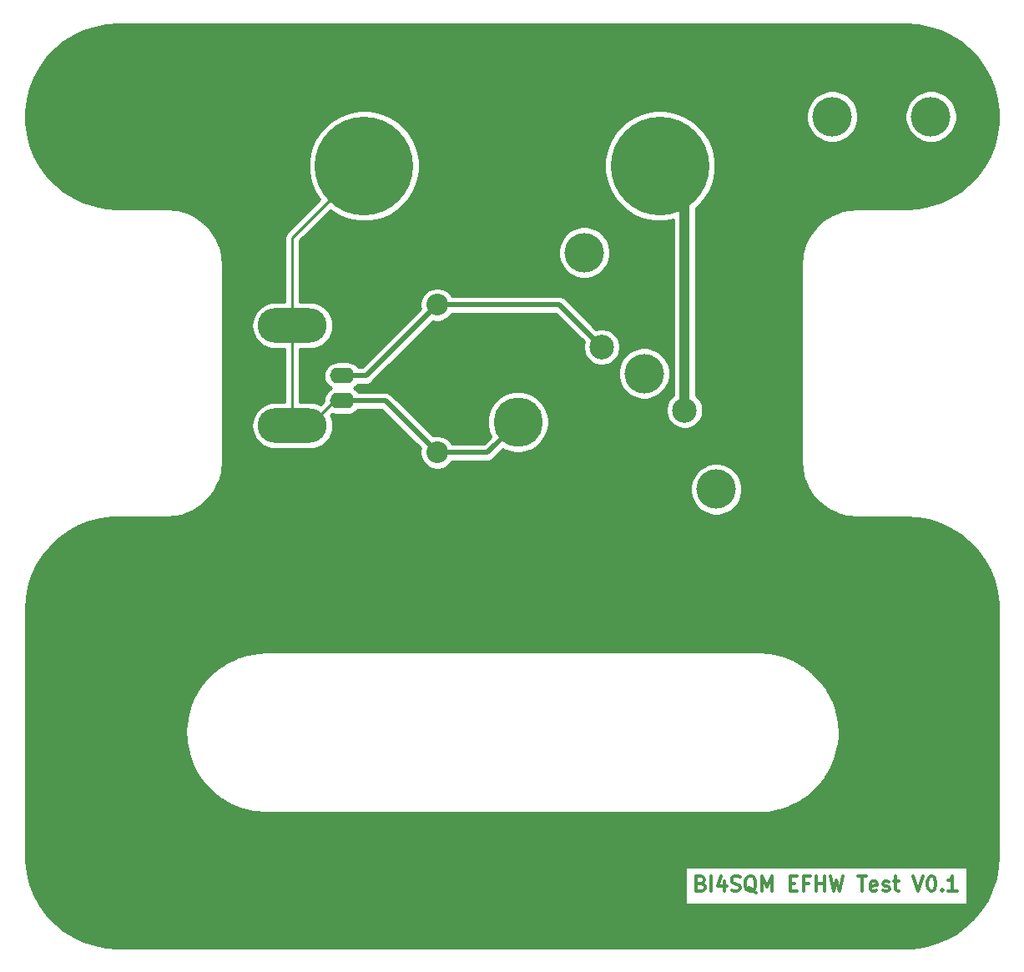
<source format=gbr>
G04 #@! TF.GenerationSoftware,KiCad,Pcbnew,(5.1.4)-1*
G04 #@! TF.CreationDate,2020-08-30T11:13:40+08:00*
G04 #@! TF.ProjectId,EHFW_ANT,45484657-5f41-44e5-942e-6b696361645f,rev?*
G04 #@! TF.SameCoordinates,Original*
G04 #@! TF.FileFunction,Copper,L1,Top*
G04 #@! TF.FilePolarity,Positive*
%FSLAX46Y46*%
G04 Gerber Fmt 4.6, Leading zero omitted, Abs format (unit mm)*
G04 Created by KiCad (PCBNEW (5.1.4)-1) date 2020-08-30 11:13:40*
%MOMM*%
%LPD*%
G04 APERTURE LIST*
%ADD10C,0.300000*%
%ADD11C,2.200000*%
%ADD12O,7.000000X3.500000*%
%ADD13O,2.500000X1.600000*%
%ADD14C,5.000000*%
%ADD15C,2.500000*%
%ADD16C,10.000000*%
%ADD17C,4.000000*%
%ADD18C,0.500000*%
%ADD19C,1.000000*%
%ADD20C,0.250000*%
%ADD21C,0.254000*%
G04 APERTURE END LIST*
D10*
X159203228Y-122828857D02*
X159417514Y-122900285D01*
X159488942Y-122971714D01*
X159560371Y-123114571D01*
X159560371Y-123328857D01*
X159488942Y-123471714D01*
X159417514Y-123543142D01*
X159274657Y-123614571D01*
X158703228Y-123614571D01*
X158703228Y-122114571D01*
X159203228Y-122114571D01*
X159346085Y-122186000D01*
X159417514Y-122257428D01*
X159488942Y-122400285D01*
X159488942Y-122543142D01*
X159417514Y-122686000D01*
X159346085Y-122757428D01*
X159203228Y-122828857D01*
X158703228Y-122828857D01*
X160203228Y-123614571D02*
X160203228Y-122114571D01*
X161560371Y-122614571D02*
X161560371Y-123614571D01*
X161203228Y-122043142D02*
X160846085Y-123114571D01*
X161774657Y-123114571D01*
X162274657Y-123543142D02*
X162488942Y-123614571D01*
X162846085Y-123614571D01*
X162988942Y-123543142D01*
X163060371Y-123471714D01*
X163131800Y-123328857D01*
X163131800Y-123186000D01*
X163060371Y-123043142D01*
X162988942Y-122971714D01*
X162846085Y-122900285D01*
X162560371Y-122828857D01*
X162417514Y-122757428D01*
X162346085Y-122686000D01*
X162274657Y-122543142D01*
X162274657Y-122400285D01*
X162346085Y-122257428D01*
X162417514Y-122186000D01*
X162560371Y-122114571D01*
X162917514Y-122114571D01*
X163131800Y-122186000D01*
X164774657Y-123757428D02*
X164631800Y-123686000D01*
X164488942Y-123543142D01*
X164274657Y-123328857D01*
X164131800Y-123257428D01*
X163988942Y-123257428D01*
X164060371Y-123614571D02*
X163917514Y-123543142D01*
X163774657Y-123400285D01*
X163703228Y-123114571D01*
X163703228Y-122614571D01*
X163774657Y-122328857D01*
X163917514Y-122186000D01*
X164060371Y-122114571D01*
X164346085Y-122114571D01*
X164488942Y-122186000D01*
X164631800Y-122328857D01*
X164703228Y-122614571D01*
X164703228Y-123114571D01*
X164631800Y-123400285D01*
X164488942Y-123543142D01*
X164346085Y-123614571D01*
X164060371Y-123614571D01*
X165346085Y-123614571D02*
X165346085Y-122114571D01*
X165846085Y-123186000D01*
X166346085Y-122114571D01*
X166346085Y-123614571D01*
X168203228Y-122828857D02*
X168703228Y-122828857D01*
X168917514Y-123614571D02*
X168203228Y-123614571D01*
X168203228Y-122114571D01*
X168917514Y-122114571D01*
X170060371Y-122828857D02*
X169560371Y-122828857D01*
X169560371Y-123614571D02*
X169560371Y-122114571D01*
X170274657Y-122114571D01*
X170846085Y-123614571D02*
X170846085Y-122114571D01*
X170846085Y-122828857D02*
X171703228Y-122828857D01*
X171703228Y-123614571D02*
X171703228Y-122114571D01*
X172274657Y-122114571D02*
X172631800Y-123614571D01*
X172917514Y-122543142D01*
X173203228Y-123614571D01*
X173560371Y-122114571D01*
X175060371Y-122114571D02*
X175917514Y-122114571D01*
X175488942Y-123614571D02*
X175488942Y-122114571D01*
X176988942Y-123543142D02*
X176846085Y-123614571D01*
X176560371Y-123614571D01*
X176417514Y-123543142D01*
X176346085Y-123400285D01*
X176346085Y-122828857D01*
X176417514Y-122686000D01*
X176560371Y-122614571D01*
X176846085Y-122614571D01*
X176988942Y-122686000D01*
X177060371Y-122828857D01*
X177060371Y-122971714D01*
X176346085Y-123114571D01*
X177631800Y-123543142D02*
X177774657Y-123614571D01*
X178060371Y-123614571D01*
X178203228Y-123543142D01*
X178274657Y-123400285D01*
X178274657Y-123328857D01*
X178203228Y-123186000D01*
X178060371Y-123114571D01*
X177846085Y-123114571D01*
X177703228Y-123043142D01*
X177631800Y-122900285D01*
X177631800Y-122828857D01*
X177703228Y-122686000D01*
X177846085Y-122614571D01*
X178060371Y-122614571D01*
X178203228Y-122686000D01*
X178703228Y-122614571D02*
X179274657Y-122614571D01*
X178917514Y-122114571D02*
X178917514Y-123400285D01*
X178988942Y-123543142D01*
X179131800Y-123614571D01*
X179274657Y-123614571D01*
X180703228Y-122114571D02*
X181203228Y-123614571D01*
X181703228Y-122114571D01*
X182488942Y-122114571D02*
X182631800Y-122114571D01*
X182774657Y-122186000D01*
X182846085Y-122257428D01*
X182917514Y-122400285D01*
X182988942Y-122686000D01*
X182988942Y-123043142D01*
X182917514Y-123328857D01*
X182846085Y-123471714D01*
X182774657Y-123543142D01*
X182631800Y-123614571D01*
X182488942Y-123614571D01*
X182346085Y-123543142D01*
X182274657Y-123471714D01*
X182203228Y-123328857D01*
X182131800Y-123043142D01*
X182131800Y-122686000D01*
X182203228Y-122400285D01*
X182274657Y-122257428D01*
X182346085Y-122186000D01*
X182488942Y-122114571D01*
X183631800Y-123471714D02*
X183703228Y-123543142D01*
X183631800Y-123614571D01*
X183560371Y-123543142D01*
X183631800Y-123471714D01*
X183631800Y-123614571D01*
X185131800Y-123614571D02*
X184274657Y-123614571D01*
X184703228Y-123614571D02*
X184703228Y-122114571D01*
X184560371Y-122328857D01*
X184417514Y-122471714D01*
X184274657Y-122543142D01*
D11*
X132400000Y-64100000D03*
X132400000Y-79100000D03*
D12*
X117720000Y-76380000D03*
X117720000Y-66220000D03*
D13*
X122800000Y-73840000D03*
X122800000Y-71300000D03*
D14*
X140600000Y-76000000D03*
D15*
X149100000Y-68400000D03*
X157500000Y-74800000D03*
D14*
X140600000Y-76000000D03*
D16*
X155000000Y-50000000D03*
X125000000Y-50000000D03*
D17*
X172500000Y-45000000D03*
X182500000Y-45000000D03*
X147345400Y-58801000D03*
X153390600Y-71069200D03*
X160731200Y-82829400D03*
D18*
X125200000Y-71300000D02*
X132400000Y-64100000D01*
X122800000Y-71300000D02*
X125200000Y-71300000D01*
X144800000Y-64100000D02*
X149100000Y-68400000D01*
X132400000Y-64100000D02*
X144800000Y-64100000D01*
D19*
X157500000Y-52500000D02*
X155000000Y-50000000D01*
X157500000Y-74800000D02*
X157500000Y-52500000D01*
D20*
X117720000Y-66220000D02*
X117720000Y-76380000D01*
X122010000Y-73840000D02*
X122800000Y-73840000D01*
X119470000Y-76380000D02*
X122010000Y-73840000D01*
X117720000Y-76380000D02*
X119470000Y-76380000D01*
D18*
X127140000Y-73840000D02*
X132400000Y-79100000D01*
X122800000Y-73840000D02*
X127140000Y-73840000D01*
X137500000Y-79100000D02*
X140600000Y-76000000D01*
X132400000Y-79100000D02*
X137500000Y-79100000D01*
D20*
X117720000Y-57280000D02*
X125000000Y-50000000D01*
X117720000Y-66220000D02*
X117720000Y-57280000D01*
D21*
G36*
X181170449Y-35734944D02*
G01*
X182322444Y-35954698D01*
X183437801Y-36317100D01*
X184498955Y-36816441D01*
X185489146Y-37444836D01*
X186392776Y-38192383D01*
X187195588Y-39047292D01*
X187884922Y-39996079D01*
X188449903Y-41023774D01*
X188881627Y-42114186D01*
X189173281Y-43250103D01*
X189320267Y-44413620D01*
X189320267Y-45586380D01*
X189173281Y-46749897D01*
X188881627Y-47885814D01*
X188449903Y-48976226D01*
X187884922Y-50003921D01*
X187195588Y-50952708D01*
X186392776Y-51807617D01*
X185489146Y-52555164D01*
X184498955Y-53183559D01*
X183437801Y-53682900D01*
X182322444Y-54045302D01*
X181170449Y-54265056D01*
X179979253Y-54340000D01*
X174967581Y-54340000D01*
X174943512Y-54342371D01*
X174221248Y-54395410D01*
X174205868Y-54397929D01*
X174190295Y-54398418D01*
X174115511Y-54411874D01*
X173251129Y-54619394D01*
X173231448Y-54626018D01*
X173211136Y-54630335D01*
X173139917Y-54656821D01*
X172325946Y-55014130D01*
X172307752Y-55024132D01*
X172288524Y-55031979D01*
X172223134Y-55070651D01*
X172223120Y-55070659D01*
X172223115Y-55070663D01*
X171485287Y-55566462D01*
X171469149Y-55579530D01*
X171451616Y-55590657D01*
X171394095Y-55640307D01*
X170755722Y-56258934D01*
X170742154Y-56274652D01*
X170726869Y-56288708D01*
X170679050Y-56347760D01*
X170160315Y-57069656D01*
X170149744Y-57087530D01*
X170137190Y-57104070D01*
X170100584Y-57170656D01*
X169717884Y-57973003D01*
X169710647Y-57992462D01*
X169701218Y-58010968D01*
X169676982Y-58082984D01*
X169442414Y-58940420D01*
X169438737Y-58960857D01*
X169432735Y-58980736D01*
X169421635Y-59055906D01*
X169342869Y-59938459D01*
X169340001Y-59967581D01*
X169340000Y-80032418D01*
X169342370Y-80056484D01*
X169395410Y-80778752D01*
X169397929Y-80794132D01*
X169398418Y-80809705D01*
X169411874Y-80884489D01*
X169619394Y-81748871D01*
X169626018Y-81768552D01*
X169630335Y-81788864D01*
X169656821Y-81860083D01*
X170014130Y-82674054D01*
X170024132Y-82692248D01*
X170031979Y-82711476D01*
X170070651Y-82776866D01*
X170070659Y-82776880D01*
X170070663Y-82776885D01*
X170566462Y-83514713D01*
X170579530Y-83530851D01*
X170590657Y-83548384D01*
X170640307Y-83605905D01*
X171258934Y-84244278D01*
X171274652Y-84257846D01*
X171288708Y-84273131D01*
X171347760Y-84320950D01*
X172069656Y-84839685D01*
X172087526Y-84850253D01*
X172104069Y-84862810D01*
X172170656Y-84899416D01*
X172973002Y-85282116D01*
X172992464Y-85289354D01*
X173010968Y-85298782D01*
X173082984Y-85323018D01*
X173940419Y-85557586D01*
X173960858Y-85561264D01*
X173980736Y-85567265D01*
X174055900Y-85578364D01*
X174055905Y-85578365D01*
X174055906Y-85578365D01*
X174938360Y-85657122D01*
X174967581Y-85660000D01*
X179979253Y-85660000D01*
X181170449Y-85734944D01*
X182322444Y-85954698D01*
X183437801Y-86317100D01*
X184498955Y-86816441D01*
X185489146Y-87444836D01*
X186392776Y-88192383D01*
X187195588Y-89047292D01*
X187884922Y-89996079D01*
X188449903Y-91023774D01*
X188881627Y-92114186D01*
X189173281Y-93250103D01*
X189321571Y-94423941D01*
X189340000Y-95010358D01*
X189340001Y-119979237D01*
X189265056Y-121170448D01*
X189045302Y-122322444D01*
X188682900Y-123437801D01*
X188183560Y-124498952D01*
X187555165Y-125489144D01*
X186807612Y-126392780D01*
X185952708Y-127195588D01*
X185003922Y-127884922D01*
X183976227Y-128449903D01*
X182885813Y-128881627D01*
X181749897Y-129173281D01*
X180576058Y-129321571D01*
X179989642Y-129340000D01*
X100020747Y-129340000D01*
X98829552Y-129265056D01*
X97677556Y-129045302D01*
X96562199Y-128682900D01*
X95501048Y-128183560D01*
X94510856Y-127555165D01*
X93607220Y-126807612D01*
X92804412Y-125952708D01*
X92115078Y-125003922D01*
X91550097Y-123976227D01*
X91118373Y-122885813D01*
X90826719Y-121749897D01*
X90750430Y-121146000D01*
X157561086Y-121146000D01*
X157561086Y-124966000D01*
X186202515Y-124966000D01*
X186202515Y-121146000D01*
X157561086Y-121146000D01*
X90750430Y-121146000D01*
X90678429Y-120576058D01*
X90660000Y-119989642D01*
X90660000Y-107308277D01*
X106893677Y-107308277D01*
X106940422Y-108392812D01*
X106942150Y-108407705D01*
X106942390Y-108422694D01*
X106951431Y-108487701D01*
X107154247Y-109554128D01*
X107158106Y-109568614D01*
X107160508Y-109583414D01*
X107178838Y-109646434D01*
X107533475Y-110672413D01*
X107539385Y-110686190D01*
X107543898Y-110700488D01*
X107571134Y-110760202D01*
X108070162Y-111724241D01*
X108077999Y-111737020D01*
X108084529Y-111750518D01*
X108120100Y-111805675D01*
X108753066Y-112687578D01*
X108762666Y-112699092D01*
X108771075Y-112711505D01*
X108814236Y-112760950D01*
X109567881Y-113542244D01*
X109579042Y-113552252D01*
X109589155Y-113563320D01*
X109639001Y-113606016D01*
X110497537Y-114270334D01*
X110510024Y-114278625D01*
X110521631Y-114288119D01*
X110577098Y-114323159D01*
X110577118Y-114323172D01*
X110577124Y-114323175D01*
X111522561Y-114856596D01*
X111536111Y-114862996D01*
X111548970Y-114870717D01*
X111608936Y-114897393D01*
X112621477Y-115288749D01*
X112635811Y-115293127D01*
X112649649Y-115298910D01*
X112712826Y-115316647D01*
X112712837Y-115316650D01*
X112712840Y-115316650D01*
X113771270Y-115557740D01*
X113786087Y-115560003D01*
X113800611Y-115563727D01*
X113865663Y-115572154D01*
X113865701Y-115572160D01*
X113865714Y-115572160D01*
X114941481Y-115657429D01*
X114967581Y-115660000D01*
X165032419Y-115660000D01*
X165048805Y-115658386D01*
X165877469Y-115617133D01*
X165887098Y-115615951D01*
X165896803Y-115615886D01*
X165961891Y-115607453D01*
X167030170Y-115414624D01*
X167044695Y-115410900D01*
X167059512Y-115408637D01*
X167122701Y-115390897D01*
X168151953Y-115045875D01*
X168165784Y-115040094D01*
X168180125Y-115035715D01*
X168240091Y-115009039D01*
X169208757Y-114519051D01*
X169221607Y-114511335D01*
X169235167Y-114504931D01*
X169290654Y-114469878D01*
X170178441Y-113845190D01*
X170190044Y-113835699D01*
X170202535Y-113827406D01*
X170252360Y-113784727D01*
X170252382Y-113784709D01*
X170252388Y-113784702D01*
X171040692Y-113038407D01*
X171050801Y-113027343D01*
X171061968Y-113017330D01*
X171105128Y-112967886D01*
X171777448Y-112115602D01*
X171785852Y-112103197D01*
X171795457Y-112091677D01*
X171831028Y-112036519D01*
X172373275Y-111096110D01*
X172379803Y-111082616D01*
X172387642Y-111069834D01*
X172414878Y-111010119D01*
X172815690Y-110001284D01*
X172820203Y-109986985D01*
X172826113Y-109973209D01*
X172844443Y-109910188D01*
X173095426Y-108854059D01*
X173097826Y-108839268D01*
X173101688Y-108824774D01*
X173110729Y-108759767D01*
X173206624Y-107678469D01*
X173206864Y-107663479D01*
X173208592Y-107648587D01*
X173208154Y-107582957D01*
X173146953Y-106499141D01*
X173145027Y-106484276D01*
X173144587Y-106469288D01*
X173134680Y-106404408D01*
X172917664Y-105340779D01*
X172913612Y-105326346D01*
X172911013Y-105311580D01*
X172891844Y-105248810D01*
X172523559Y-104227650D01*
X172517468Y-104213957D01*
X172512763Y-104199716D01*
X172484733Y-104140370D01*
X171972895Y-103183070D01*
X171964891Y-103170400D01*
X171958180Y-103156988D01*
X171921876Y-103102310D01*
X171277209Y-102228924D01*
X171267458Y-102217540D01*
X171258882Y-102205238D01*
X171215066Y-102156374D01*
X170451070Y-101385198D01*
X170439783Y-101375346D01*
X170429517Y-101364406D01*
X170379106Y-101322379D01*
X169511790Y-100669568D01*
X169499189Y-100661442D01*
X169487460Y-100652106D01*
X169431510Y-100617796D01*
X168479040Y-100097025D01*
X168465402Y-100090805D01*
X168452445Y-100083258D01*
X168392128Y-100057384D01*
X167374458Y-99679562D01*
X167360066Y-99675376D01*
X167346154Y-99669778D01*
X167282734Y-99652882D01*
X166221183Y-99425925D01*
X166206335Y-99423860D01*
X166191764Y-99420330D01*
X166126569Y-99412766D01*
X165054042Y-99342130D01*
X165032419Y-99340000D01*
X114967581Y-99340000D01*
X114951234Y-99341610D01*
X114322039Y-99372933D01*
X114316783Y-99373578D01*
X114311482Y-99373543D01*
X114246287Y-99381108D01*
X113175533Y-99559677D01*
X113160964Y-99563206D01*
X113146112Y-99565272D01*
X113082692Y-99582168D01*
X112048932Y-99913436D01*
X112035027Y-99919031D01*
X112020628Y-99923219D01*
X111960311Y-99949094D01*
X110985198Y-100426122D01*
X110972244Y-100433667D01*
X110958602Y-100439889D01*
X110902653Y-100474199D01*
X110006616Y-101086994D01*
X109994888Y-101096329D01*
X109982286Y-101104456D01*
X109931876Y-101146484D01*
X109133683Y-101882210D01*
X109123429Y-101893136D01*
X109112129Y-101903000D01*
X109068314Y-101951865D01*
X108384689Y-102795108D01*
X108376112Y-102807411D01*
X108366362Y-102818794D01*
X108330059Y-102873472D01*
X107775324Y-103806567D01*
X107768616Y-103819972D01*
X107760608Y-103832649D01*
X107732578Y-103891994D01*
X107318350Y-104895397D01*
X107313648Y-104909629D01*
X107307553Y-104923330D01*
X107288384Y-104986101D01*
X107023342Y-106038790D01*
X107020743Y-106053556D01*
X107016691Y-106067989D01*
X107006784Y-106132869D01*
X106896481Y-107212793D01*
X106896041Y-107227772D01*
X106894114Y-107242646D01*
X106893677Y-107308277D01*
X90660000Y-107308277D01*
X90660000Y-95020747D01*
X90734944Y-93829551D01*
X90954698Y-92677556D01*
X91317100Y-91562199D01*
X91816441Y-90501045D01*
X92444836Y-89510854D01*
X93192383Y-88607224D01*
X94047292Y-87804412D01*
X94996079Y-87115078D01*
X96023774Y-86550097D01*
X97114186Y-86118373D01*
X98250103Y-85826719D01*
X99423941Y-85678429D01*
X100010358Y-85660000D01*
X105032419Y-85660000D01*
X105056488Y-85657629D01*
X105778752Y-85604590D01*
X105794132Y-85602071D01*
X105809705Y-85601582D01*
X105884489Y-85588126D01*
X106748871Y-85380606D01*
X106768552Y-85373982D01*
X106788864Y-85369665D01*
X106860083Y-85343179D01*
X107674054Y-84985870D01*
X107692248Y-84975868D01*
X107711476Y-84968021D01*
X107776866Y-84929349D01*
X107776880Y-84929341D01*
X107776885Y-84929337D01*
X108514713Y-84433538D01*
X108530851Y-84420470D01*
X108548384Y-84409343D01*
X108605905Y-84359693D01*
X109244278Y-83741066D01*
X109257846Y-83725348D01*
X109273131Y-83711292D01*
X109320950Y-83652240D01*
X109839685Y-82930344D01*
X109850253Y-82912474D01*
X109862810Y-82895931D01*
X109899416Y-82829344D01*
X110023176Y-82569875D01*
X158096200Y-82569875D01*
X158096200Y-83088925D01*
X158197461Y-83598001D01*
X158396093Y-84077541D01*
X158684462Y-84509115D01*
X159051485Y-84876138D01*
X159483059Y-85164507D01*
X159962599Y-85363139D01*
X160471675Y-85464400D01*
X160990725Y-85464400D01*
X161499801Y-85363139D01*
X161979341Y-85164507D01*
X162410915Y-84876138D01*
X162777938Y-84509115D01*
X163066307Y-84077541D01*
X163264939Y-83598001D01*
X163366200Y-83088925D01*
X163366200Y-82569875D01*
X163264939Y-82060799D01*
X163066307Y-81581259D01*
X162777938Y-81149685D01*
X162410915Y-80782662D01*
X161979341Y-80494293D01*
X161499801Y-80295661D01*
X160990725Y-80194400D01*
X160471675Y-80194400D01*
X159962599Y-80295661D01*
X159483059Y-80494293D01*
X159051485Y-80782662D01*
X158684462Y-81149685D01*
X158396093Y-81581259D01*
X158197461Y-82060799D01*
X158096200Y-82569875D01*
X110023176Y-82569875D01*
X110282116Y-82026998D01*
X110289354Y-82007536D01*
X110298782Y-81989032D01*
X110323018Y-81917016D01*
X110557586Y-81059581D01*
X110561264Y-81039142D01*
X110567265Y-81019264D01*
X110578365Y-80944094D01*
X110657122Y-80061640D01*
X110660000Y-80032419D01*
X110660000Y-66220000D01*
X113573461Y-66220000D01*
X113619510Y-66687542D01*
X113755887Y-67137116D01*
X113977351Y-67551446D01*
X114275391Y-67914609D01*
X114638554Y-68212649D01*
X115052884Y-68434113D01*
X115502458Y-68570490D01*
X115852843Y-68605000D01*
X116960000Y-68605000D01*
X116960001Y-73995000D01*
X115852843Y-73995000D01*
X115502458Y-74029510D01*
X115052884Y-74165887D01*
X114638554Y-74387351D01*
X114275391Y-74685391D01*
X113977351Y-75048554D01*
X113755887Y-75462884D01*
X113619510Y-75912458D01*
X113573461Y-76380000D01*
X113619510Y-76847542D01*
X113755887Y-77297116D01*
X113977351Y-77711446D01*
X114275391Y-78074609D01*
X114638554Y-78372649D01*
X115052884Y-78594113D01*
X115502458Y-78730490D01*
X115852843Y-78765000D01*
X119587157Y-78765000D01*
X119937542Y-78730490D01*
X120387116Y-78594113D01*
X120801446Y-78372649D01*
X121164609Y-78074609D01*
X121462649Y-77711446D01*
X121684113Y-77297116D01*
X121820490Y-76847542D01*
X121866539Y-76380000D01*
X121820490Y-75912458D01*
X121684113Y-75462884D01*
X121606717Y-75318086D01*
X121768494Y-75156308D01*
X121798192Y-75172182D01*
X122068691Y-75254236D01*
X122279508Y-75275000D01*
X123320492Y-75275000D01*
X123531309Y-75254236D01*
X123801808Y-75172182D01*
X124051101Y-75038932D01*
X124269608Y-74859608D01*
X124380078Y-74725000D01*
X126773422Y-74725000D01*
X130716853Y-78668432D01*
X130665000Y-78929117D01*
X130665000Y-79270883D01*
X130731675Y-79606081D01*
X130862463Y-79921831D01*
X131052337Y-80205998D01*
X131294002Y-80447663D01*
X131578169Y-80637537D01*
X131893919Y-80768325D01*
X132229117Y-80835000D01*
X132570883Y-80835000D01*
X132906081Y-80768325D01*
X133221831Y-80637537D01*
X133505998Y-80447663D01*
X133747663Y-80205998D01*
X133895329Y-79985000D01*
X137456531Y-79985000D01*
X137500000Y-79989281D01*
X137543469Y-79985000D01*
X137543477Y-79985000D01*
X137673490Y-79972195D01*
X137840313Y-79921589D01*
X137994059Y-79839411D01*
X138128817Y-79728817D01*
X138156534Y-79695044D01*
X139090057Y-78761521D01*
X139115021Y-78778201D01*
X139685554Y-79014524D01*
X140291229Y-79135000D01*
X140908771Y-79135000D01*
X141514446Y-79014524D01*
X142084979Y-78778201D01*
X142598446Y-78435114D01*
X143035114Y-77998446D01*
X143378201Y-77484979D01*
X143614524Y-76914446D01*
X143735000Y-76308771D01*
X143735000Y-75691229D01*
X143614524Y-75085554D01*
X143378201Y-74515021D01*
X143035114Y-74001554D01*
X142598446Y-73564886D01*
X142084979Y-73221799D01*
X141514446Y-72985476D01*
X140908771Y-72865000D01*
X140291229Y-72865000D01*
X139685554Y-72985476D01*
X139115021Y-73221799D01*
X138601554Y-73564886D01*
X138164886Y-74001554D01*
X137821799Y-74515021D01*
X137585476Y-75085554D01*
X137465000Y-75691229D01*
X137465000Y-76308771D01*
X137585476Y-76914446D01*
X137821799Y-77484979D01*
X137838479Y-77509943D01*
X137133422Y-78215000D01*
X133895329Y-78215000D01*
X133747663Y-77994002D01*
X133505998Y-77752337D01*
X133221831Y-77562463D01*
X132906081Y-77431675D01*
X132570883Y-77365000D01*
X132229117Y-77365000D01*
X131968432Y-77416853D01*
X127796534Y-73244956D01*
X127768817Y-73211183D01*
X127634059Y-73100589D01*
X127480313Y-73018411D01*
X127313490Y-72967805D01*
X127183477Y-72955000D01*
X127183469Y-72955000D01*
X127140000Y-72950719D01*
X127096531Y-72955000D01*
X124380078Y-72955000D01*
X124269608Y-72820392D01*
X124051101Y-72641068D01*
X123918142Y-72570000D01*
X124051101Y-72498932D01*
X124269608Y-72319608D01*
X124380078Y-72185000D01*
X125156531Y-72185000D01*
X125200000Y-72189281D01*
X125243469Y-72185000D01*
X125243477Y-72185000D01*
X125373490Y-72172195D01*
X125540313Y-72121589D01*
X125694059Y-72039411D01*
X125828817Y-71928817D01*
X125856534Y-71895044D01*
X126941903Y-70809675D01*
X150755600Y-70809675D01*
X150755600Y-71328725D01*
X150856861Y-71837801D01*
X151055493Y-72317341D01*
X151343862Y-72748915D01*
X151710885Y-73115938D01*
X152142459Y-73404307D01*
X152621999Y-73602939D01*
X153131075Y-73704200D01*
X153650125Y-73704200D01*
X154159201Y-73602939D01*
X154638741Y-73404307D01*
X155070315Y-73115938D01*
X155437338Y-72748915D01*
X155725707Y-72317341D01*
X155924339Y-71837801D01*
X156025600Y-71328725D01*
X156025600Y-70809675D01*
X155924339Y-70300599D01*
X155725707Y-69821059D01*
X155437338Y-69389485D01*
X155070315Y-69022462D01*
X154638741Y-68734093D01*
X154159201Y-68535461D01*
X153650125Y-68434200D01*
X153131075Y-68434200D01*
X152621999Y-68535461D01*
X152142459Y-68734093D01*
X151710885Y-69022462D01*
X151343862Y-69389485D01*
X151055493Y-69821059D01*
X150856861Y-70300599D01*
X150755600Y-70809675D01*
X126941903Y-70809675D01*
X131968432Y-65783147D01*
X132229117Y-65835000D01*
X132570883Y-65835000D01*
X132906081Y-65768325D01*
X133221831Y-65637537D01*
X133505998Y-65447663D01*
X133747663Y-65205998D01*
X133895329Y-64985000D01*
X144433422Y-64985000D01*
X147290704Y-67842283D01*
X147287439Y-67850166D01*
X147215000Y-68214344D01*
X147215000Y-68585656D01*
X147287439Y-68949834D01*
X147429534Y-69292882D01*
X147635825Y-69601618D01*
X147898382Y-69864175D01*
X148207118Y-70070466D01*
X148550166Y-70212561D01*
X148914344Y-70285000D01*
X149285656Y-70285000D01*
X149649834Y-70212561D01*
X149992882Y-70070466D01*
X150301618Y-69864175D01*
X150564175Y-69601618D01*
X150770466Y-69292882D01*
X150912561Y-68949834D01*
X150985000Y-68585656D01*
X150985000Y-68214344D01*
X150912561Y-67850166D01*
X150770466Y-67507118D01*
X150564175Y-67198382D01*
X150301618Y-66935825D01*
X149992882Y-66729534D01*
X149649834Y-66587439D01*
X149285656Y-66515000D01*
X148914344Y-66515000D01*
X148550166Y-66587439D01*
X148542283Y-66590704D01*
X145456534Y-63504956D01*
X145428817Y-63471183D01*
X145294059Y-63360589D01*
X145140313Y-63278411D01*
X144973490Y-63227805D01*
X144843477Y-63215000D01*
X144843469Y-63215000D01*
X144800000Y-63210719D01*
X144756531Y-63215000D01*
X133895329Y-63215000D01*
X133747663Y-62994002D01*
X133505998Y-62752337D01*
X133221831Y-62562463D01*
X132906081Y-62431675D01*
X132570883Y-62365000D01*
X132229117Y-62365000D01*
X131893919Y-62431675D01*
X131578169Y-62562463D01*
X131294002Y-62752337D01*
X131052337Y-62994002D01*
X130862463Y-63278169D01*
X130731675Y-63593919D01*
X130665000Y-63929117D01*
X130665000Y-64270883D01*
X130716853Y-64531568D01*
X124833422Y-70415000D01*
X124380078Y-70415000D01*
X124269608Y-70280392D01*
X124051101Y-70101068D01*
X123801808Y-69967818D01*
X123531309Y-69885764D01*
X123320492Y-69865000D01*
X122279508Y-69865000D01*
X122068691Y-69885764D01*
X121798192Y-69967818D01*
X121548899Y-70101068D01*
X121330392Y-70280392D01*
X121151068Y-70498899D01*
X121017818Y-70748192D01*
X120935764Y-71018691D01*
X120908057Y-71300000D01*
X120935764Y-71581309D01*
X121017818Y-71851808D01*
X121151068Y-72101101D01*
X121330392Y-72319608D01*
X121548899Y-72498932D01*
X121681858Y-72570000D01*
X121548899Y-72641068D01*
X121330392Y-72820392D01*
X121151068Y-73038899D01*
X121017818Y-73288192D01*
X120935764Y-73558691D01*
X120908057Y-73840000D01*
X120910490Y-73864707D01*
X120531914Y-74243283D01*
X120387116Y-74165887D01*
X119937542Y-74029510D01*
X119587157Y-73995000D01*
X118480000Y-73995000D01*
X118480000Y-68605000D01*
X119587157Y-68605000D01*
X119937542Y-68570490D01*
X120387116Y-68434113D01*
X120801446Y-68212649D01*
X121164609Y-67914609D01*
X121462649Y-67551446D01*
X121684113Y-67137116D01*
X121820490Y-66687542D01*
X121866539Y-66220000D01*
X121820490Y-65752458D01*
X121684113Y-65302884D01*
X121462649Y-64888554D01*
X121164609Y-64525391D01*
X120801446Y-64227351D01*
X120387116Y-64005887D01*
X119937542Y-63869510D01*
X119587157Y-63835000D01*
X118480000Y-63835000D01*
X118480000Y-58541475D01*
X144710400Y-58541475D01*
X144710400Y-59060525D01*
X144811661Y-59569601D01*
X145010293Y-60049141D01*
X145298662Y-60480715D01*
X145665685Y-60847738D01*
X146097259Y-61136107D01*
X146576799Y-61334739D01*
X147085875Y-61436000D01*
X147604925Y-61436000D01*
X148114001Y-61334739D01*
X148593541Y-61136107D01*
X149025115Y-60847738D01*
X149392138Y-60480715D01*
X149680507Y-60049141D01*
X149879139Y-59569601D01*
X149980400Y-59060525D01*
X149980400Y-58541475D01*
X149879139Y-58032399D01*
X149680507Y-57552859D01*
X149392138Y-57121285D01*
X149025115Y-56754262D01*
X148593541Y-56465893D01*
X148114001Y-56267261D01*
X147604925Y-56166000D01*
X147085875Y-56166000D01*
X146576799Y-56267261D01*
X146097259Y-56465893D01*
X145665685Y-56754262D01*
X145298662Y-57121285D01*
X145010293Y-57552859D01*
X144811661Y-58032399D01*
X144710400Y-58541475D01*
X118480000Y-58541475D01*
X118480000Y-57594801D01*
X121581688Y-54493113D01*
X122330827Y-54993672D01*
X123356331Y-55418450D01*
X124445001Y-55635000D01*
X125554999Y-55635000D01*
X126643669Y-55418450D01*
X127669173Y-54993672D01*
X128592103Y-54376990D01*
X129376990Y-53592103D01*
X129993672Y-52669173D01*
X130418450Y-51643669D01*
X130635000Y-50554999D01*
X130635000Y-49445001D01*
X149365000Y-49445001D01*
X149365000Y-50554999D01*
X149581550Y-51643669D01*
X150006328Y-52669173D01*
X150623010Y-53592103D01*
X151407897Y-54376990D01*
X152330827Y-54993672D01*
X153356331Y-55418450D01*
X154445001Y-55635000D01*
X155554999Y-55635000D01*
X156365001Y-55473881D01*
X156365000Y-73291312D01*
X156298382Y-73335825D01*
X156035825Y-73598382D01*
X155829534Y-73907118D01*
X155687439Y-74250166D01*
X155615000Y-74614344D01*
X155615000Y-74985656D01*
X155687439Y-75349834D01*
X155829534Y-75692882D01*
X156035825Y-76001618D01*
X156298382Y-76264175D01*
X156607118Y-76470466D01*
X156950166Y-76612561D01*
X157314344Y-76685000D01*
X157685656Y-76685000D01*
X158049834Y-76612561D01*
X158392882Y-76470466D01*
X158701618Y-76264175D01*
X158964175Y-76001618D01*
X159170466Y-75692882D01*
X159312561Y-75349834D01*
X159385000Y-74985656D01*
X159385000Y-74614344D01*
X159312561Y-74250166D01*
X159170466Y-73907118D01*
X158964175Y-73598382D01*
X158701618Y-73335825D01*
X158635000Y-73291312D01*
X158635000Y-54334093D01*
X159376990Y-53592103D01*
X159993672Y-52669173D01*
X160418450Y-51643669D01*
X160635000Y-50554999D01*
X160635000Y-49445001D01*
X160418450Y-48356331D01*
X159993672Y-47330827D01*
X159376990Y-46407897D01*
X158592103Y-45623010D01*
X157669173Y-45006328D01*
X157027348Y-44740475D01*
X169865000Y-44740475D01*
X169865000Y-45259525D01*
X169966261Y-45768601D01*
X170164893Y-46248141D01*
X170453262Y-46679715D01*
X170820285Y-47046738D01*
X171251859Y-47335107D01*
X171731399Y-47533739D01*
X172240475Y-47635000D01*
X172759525Y-47635000D01*
X173268601Y-47533739D01*
X173748141Y-47335107D01*
X174179715Y-47046738D01*
X174546738Y-46679715D01*
X174835107Y-46248141D01*
X175033739Y-45768601D01*
X175135000Y-45259525D01*
X175135000Y-44740475D01*
X179865000Y-44740475D01*
X179865000Y-45259525D01*
X179966261Y-45768601D01*
X180164893Y-46248141D01*
X180453262Y-46679715D01*
X180820285Y-47046738D01*
X181251859Y-47335107D01*
X181731399Y-47533739D01*
X182240475Y-47635000D01*
X182759525Y-47635000D01*
X183268601Y-47533739D01*
X183748141Y-47335107D01*
X184179715Y-47046738D01*
X184546738Y-46679715D01*
X184835107Y-46248141D01*
X185033739Y-45768601D01*
X185135000Y-45259525D01*
X185135000Y-44740475D01*
X185033739Y-44231399D01*
X184835107Y-43751859D01*
X184546738Y-43320285D01*
X184179715Y-42953262D01*
X183748141Y-42664893D01*
X183268601Y-42466261D01*
X182759525Y-42365000D01*
X182240475Y-42365000D01*
X181731399Y-42466261D01*
X181251859Y-42664893D01*
X180820285Y-42953262D01*
X180453262Y-43320285D01*
X180164893Y-43751859D01*
X179966261Y-44231399D01*
X179865000Y-44740475D01*
X175135000Y-44740475D01*
X175033739Y-44231399D01*
X174835107Y-43751859D01*
X174546738Y-43320285D01*
X174179715Y-42953262D01*
X173748141Y-42664893D01*
X173268601Y-42466261D01*
X172759525Y-42365000D01*
X172240475Y-42365000D01*
X171731399Y-42466261D01*
X171251859Y-42664893D01*
X170820285Y-42953262D01*
X170453262Y-43320285D01*
X170164893Y-43751859D01*
X169966261Y-44231399D01*
X169865000Y-44740475D01*
X157027348Y-44740475D01*
X156643669Y-44581550D01*
X155554999Y-44365000D01*
X154445001Y-44365000D01*
X153356331Y-44581550D01*
X152330827Y-45006328D01*
X151407897Y-45623010D01*
X150623010Y-46407897D01*
X150006328Y-47330827D01*
X149581550Y-48356331D01*
X149365000Y-49445001D01*
X130635000Y-49445001D01*
X130418450Y-48356331D01*
X129993672Y-47330827D01*
X129376990Y-46407897D01*
X128592103Y-45623010D01*
X127669173Y-45006328D01*
X126643669Y-44581550D01*
X125554999Y-44365000D01*
X124445001Y-44365000D01*
X123356331Y-44581550D01*
X122330827Y-45006328D01*
X121407897Y-45623010D01*
X120623010Y-46407897D01*
X120006328Y-47330827D01*
X119581550Y-48356331D01*
X119365000Y-49445001D01*
X119365000Y-50554999D01*
X119581550Y-51643669D01*
X120006328Y-52669173D01*
X120506887Y-53418312D01*
X117208998Y-56716201D01*
X117180000Y-56739999D01*
X117156202Y-56768997D01*
X117156201Y-56768998D01*
X117085026Y-56855724D01*
X117014454Y-56987754D01*
X116996342Y-57047464D01*
X116974936Y-57118034D01*
X116970998Y-57131015D01*
X116956324Y-57280000D01*
X116960001Y-57317332D01*
X116960000Y-63835000D01*
X115852843Y-63835000D01*
X115502458Y-63869510D01*
X115052884Y-64005887D01*
X114638554Y-64227351D01*
X114275391Y-64525391D01*
X113977351Y-64888554D01*
X113755887Y-65302884D01*
X113619510Y-65752458D01*
X113573461Y-66220000D01*
X110660000Y-66220000D01*
X110660000Y-59967581D01*
X110657629Y-59943512D01*
X110604590Y-59221248D01*
X110602071Y-59205868D01*
X110601582Y-59190295D01*
X110588126Y-59115511D01*
X110380606Y-58251129D01*
X110373982Y-58231448D01*
X110369665Y-58211136D01*
X110343179Y-58139917D01*
X109985870Y-57325946D01*
X109975868Y-57307752D01*
X109968021Y-57288524D01*
X109929349Y-57223134D01*
X109929341Y-57223120D01*
X109929337Y-57223115D01*
X109433538Y-56485287D01*
X109420470Y-56469149D01*
X109409343Y-56451616D01*
X109359693Y-56394095D01*
X108741066Y-55755722D01*
X108725348Y-55742154D01*
X108711292Y-55726869D01*
X108652240Y-55679050D01*
X107930344Y-55160315D01*
X107912470Y-55149744D01*
X107895930Y-55137190D01*
X107829344Y-55100584D01*
X107026997Y-54717884D01*
X107007538Y-54710647D01*
X106989032Y-54701218D01*
X106917016Y-54676982D01*
X106059580Y-54442414D01*
X106039143Y-54438737D01*
X106019264Y-54432735D01*
X105944094Y-54421635D01*
X105061649Y-54342879D01*
X105032419Y-54340000D01*
X100020747Y-54340000D01*
X98829552Y-54265056D01*
X97677556Y-54045302D01*
X96562199Y-53682900D01*
X95501048Y-53183560D01*
X94510856Y-52555165D01*
X93607220Y-51807612D01*
X92804412Y-50952708D01*
X92115078Y-50003922D01*
X91550097Y-48976227D01*
X91118373Y-47885813D01*
X90826719Y-46749897D01*
X90679733Y-45586379D01*
X90679733Y-44413621D01*
X90826719Y-43250103D01*
X91118373Y-42114187D01*
X91550097Y-41023773D01*
X92115078Y-39996078D01*
X92804412Y-39047292D01*
X93607220Y-38192388D01*
X94510856Y-37444835D01*
X95501048Y-36816440D01*
X96562199Y-36317100D01*
X97677556Y-35954698D01*
X98829552Y-35734944D01*
X100020747Y-35660000D01*
X179979253Y-35660000D01*
X181170449Y-35734944D01*
X181170449Y-35734944D01*
G37*
X181170449Y-35734944D02*
X182322444Y-35954698D01*
X183437801Y-36317100D01*
X184498955Y-36816441D01*
X185489146Y-37444836D01*
X186392776Y-38192383D01*
X187195588Y-39047292D01*
X187884922Y-39996079D01*
X188449903Y-41023774D01*
X188881627Y-42114186D01*
X189173281Y-43250103D01*
X189320267Y-44413620D01*
X189320267Y-45586380D01*
X189173281Y-46749897D01*
X188881627Y-47885814D01*
X188449903Y-48976226D01*
X187884922Y-50003921D01*
X187195588Y-50952708D01*
X186392776Y-51807617D01*
X185489146Y-52555164D01*
X184498955Y-53183559D01*
X183437801Y-53682900D01*
X182322444Y-54045302D01*
X181170449Y-54265056D01*
X179979253Y-54340000D01*
X174967581Y-54340000D01*
X174943512Y-54342371D01*
X174221248Y-54395410D01*
X174205868Y-54397929D01*
X174190295Y-54398418D01*
X174115511Y-54411874D01*
X173251129Y-54619394D01*
X173231448Y-54626018D01*
X173211136Y-54630335D01*
X173139917Y-54656821D01*
X172325946Y-55014130D01*
X172307752Y-55024132D01*
X172288524Y-55031979D01*
X172223134Y-55070651D01*
X172223120Y-55070659D01*
X172223115Y-55070663D01*
X171485287Y-55566462D01*
X171469149Y-55579530D01*
X171451616Y-55590657D01*
X171394095Y-55640307D01*
X170755722Y-56258934D01*
X170742154Y-56274652D01*
X170726869Y-56288708D01*
X170679050Y-56347760D01*
X170160315Y-57069656D01*
X170149744Y-57087530D01*
X170137190Y-57104070D01*
X170100584Y-57170656D01*
X169717884Y-57973003D01*
X169710647Y-57992462D01*
X169701218Y-58010968D01*
X169676982Y-58082984D01*
X169442414Y-58940420D01*
X169438737Y-58960857D01*
X169432735Y-58980736D01*
X169421635Y-59055906D01*
X169342869Y-59938459D01*
X169340001Y-59967581D01*
X169340000Y-80032418D01*
X169342370Y-80056484D01*
X169395410Y-80778752D01*
X169397929Y-80794132D01*
X169398418Y-80809705D01*
X169411874Y-80884489D01*
X169619394Y-81748871D01*
X169626018Y-81768552D01*
X169630335Y-81788864D01*
X169656821Y-81860083D01*
X170014130Y-82674054D01*
X170024132Y-82692248D01*
X170031979Y-82711476D01*
X170070651Y-82776866D01*
X170070659Y-82776880D01*
X170070663Y-82776885D01*
X170566462Y-83514713D01*
X170579530Y-83530851D01*
X170590657Y-83548384D01*
X170640307Y-83605905D01*
X171258934Y-84244278D01*
X171274652Y-84257846D01*
X171288708Y-84273131D01*
X171347760Y-84320950D01*
X172069656Y-84839685D01*
X172087526Y-84850253D01*
X172104069Y-84862810D01*
X172170656Y-84899416D01*
X172973002Y-85282116D01*
X172992464Y-85289354D01*
X173010968Y-85298782D01*
X173082984Y-85323018D01*
X173940419Y-85557586D01*
X173960858Y-85561264D01*
X173980736Y-85567265D01*
X174055900Y-85578364D01*
X174055905Y-85578365D01*
X174055906Y-85578365D01*
X174938360Y-85657122D01*
X174967581Y-85660000D01*
X179979253Y-85660000D01*
X181170449Y-85734944D01*
X182322444Y-85954698D01*
X183437801Y-86317100D01*
X184498955Y-86816441D01*
X185489146Y-87444836D01*
X186392776Y-88192383D01*
X187195588Y-89047292D01*
X187884922Y-89996079D01*
X188449903Y-91023774D01*
X188881627Y-92114186D01*
X189173281Y-93250103D01*
X189321571Y-94423941D01*
X189340000Y-95010358D01*
X189340001Y-119979237D01*
X189265056Y-121170448D01*
X189045302Y-122322444D01*
X188682900Y-123437801D01*
X188183560Y-124498952D01*
X187555165Y-125489144D01*
X186807612Y-126392780D01*
X185952708Y-127195588D01*
X185003922Y-127884922D01*
X183976227Y-128449903D01*
X182885813Y-128881627D01*
X181749897Y-129173281D01*
X180576058Y-129321571D01*
X179989642Y-129340000D01*
X100020747Y-129340000D01*
X98829552Y-129265056D01*
X97677556Y-129045302D01*
X96562199Y-128682900D01*
X95501048Y-128183560D01*
X94510856Y-127555165D01*
X93607220Y-126807612D01*
X92804412Y-125952708D01*
X92115078Y-125003922D01*
X91550097Y-123976227D01*
X91118373Y-122885813D01*
X90826719Y-121749897D01*
X90750430Y-121146000D01*
X157561086Y-121146000D01*
X157561086Y-124966000D01*
X186202515Y-124966000D01*
X186202515Y-121146000D01*
X157561086Y-121146000D01*
X90750430Y-121146000D01*
X90678429Y-120576058D01*
X90660000Y-119989642D01*
X90660000Y-107308277D01*
X106893677Y-107308277D01*
X106940422Y-108392812D01*
X106942150Y-108407705D01*
X106942390Y-108422694D01*
X106951431Y-108487701D01*
X107154247Y-109554128D01*
X107158106Y-109568614D01*
X107160508Y-109583414D01*
X107178838Y-109646434D01*
X107533475Y-110672413D01*
X107539385Y-110686190D01*
X107543898Y-110700488D01*
X107571134Y-110760202D01*
X108070162Y-111724241D01*
X108077999Y-111737020D01*
X108084529Y-111750518D01*
X108120100Y-111805675D01*
X108753066Y-112687578D01*
X108762666Y-112699092D01*
X108771075Y-112711505D01*
X108814236Y-112760950D01*
X109567881Y-113542244D01*
X109579042Y-113552252D01*
X109589155Y-113563320D01*
X109639001Y-113606016D01*
X110497537Y-114270334D01*
X110510024Y-114278625D01*
X110521631Y-114288119D01*
X110577098Y-114323159D01*
X110577118Y-114323172D01*
X110577124Y-114323175D01*
X111522561Y-114856596D01*
X111536111Y-114862996D01*
X111548970Y-114870717D01*
X111608936Y-114897393D01*
X112621477Y-115288749D01*
X112635811Y-115293127D01*
X112649649Y-115298910D01*
X112712826Y-115316647D01*
X112712837Y-115316650D01*
X112712840Y-115316650D01*
X113771270Y-115557740D01*
X113786087Y-115560003D01*
X113800611Y-115563727D01*
X113865663Y-115572154D01*
X113865701Y-115572160D01*
X113865714Y-115572160D01*
X114941481Y-115657429D01*
X114967581Y-115660000D01*
X165032419Y-115660000D01*
X165048805Y-115658386D01*
X165877469Y-115617133D01*
X165887098Y-115615951D01*
X165896803Y-115615886D01*
X165961891Y-115607453D01*
X167030170Y-115414624D01*
X167044695Y-115410900D01*
X167059512Y-115408637D01*
X167122701Y-115390897D01*
X168151953Y-115045875D01*
X168165784Y-115040094D01*
X168180125Y-115035715D01*
X168240091Y-115009039D01*
X169208757Y-114519051D01*
X169221607Y-114511335D01*
X169235167Y-114504931D01*
X169290654Y-114469878D01*
X170178441Y-113845190D01*
X170190044Y-113835699D01*
X170202535Y-113827406D01*
X170252360Y-113784727D01*
X170252382Y-113784709D01*
X170252388Y-113784702D01*
X171040692Y-113038407D01*
X171050801Y-113027343D01*
X171061968Y-113017330D01*
X171105128Y-112967886D01*
X171777448Y-112115602D01*
X171785852Y-112103197D01*
X171795457Y-112091677D01*
X171831028Y-112036519D01*
X172373275Y-111096110D01*
X172379803Y-111082616D01*
X172387642Y-111069834D01*
X172414878Y-111010119D01*
X172815690Y-110001284D01*
X172820203Y-109986985D01*
X172826113Y-109973209D01*
X172844443Y-109910188D01*
X173095426Y-108854059D01*
X173097826Y-108839268D01*
X173101688Y-108824774D01*
X173110729Y-108759767D01*
X173206624Y-107678469D01*
X173206864Y-107663479D01*
X173208592Y-107648587D01*
X173208154Y-107582957D01*
X173146953Y-106499141D01*
X173145027Y-106484276D01*
X173144587Y-106469288D01*
X173134680Y-106404408D01*
X172917664Y-105340779D01*
X172913612Y-105326346D01*
X172911013Y-105311580D01*
X172891844Y-105248810D01*
X172523559Y-104227650D01*
X172517468Y-104213957D01*
X172512763Y-104199716D01*
X172484733Y-104140370D01*
X171972895Y-103183070D01*
X171964891Y-103170400D01*
X171958180Y-103156988D01*
X171921876Y-103102310D01*
X171277209Y-102228924D01*
X171267458Y-102217540D01*
X171258882Y-102205238D01*
X171215066Y-102156374D01*
X170451070Y-101385198D01*
X170439783Y-101375346D01*
X170429517Y-101364406D01*
X170379106Y-101322379D01*
X169511790Y-100669568D01*
X169499189Y-100661442D01*
X169487460Y-100652106D01*
X169431510Y-100617796D01*
X168479040Y-100097025D01*
X168465402Y-100090805D01*
X168452445Y-100083258D01*
X168392128Y-100057384D01*
X167374458Y-99679562D01*
X167360066Y-99675376D01*
X167346154Y-99669778D01*
X167282734Y-99652882D01*
X166221183Y-99425925D01*
X166206335Y-99423860D01*
X166191764Y-99420330D01*
X166126569Y-99412766D01*
X165054042Y-99342130D01*
X165032419Y-99340000D01*
X114967581Y-99340000D01*
X114951234Y-99341610D01*
X114322039Y-99372933D01*
X114316783Y-99373578D01*
X114311482Y-99373543D01*
X114246287Y-99381108D01*
X113175533Y-99559677D01*
X113160964Y-99563206D01*
X113146112Y-99565272D01*
X113082692Y-99582168D01*
X112048932Y-99913436D01*
X112035027Y-99919031D01*
X112020628Y-99923219D01*
X111960311Y-99949094D01*
X110985198Y-100426122D01*
X110972244Y-100433667D01*
X110958602Y-100439889D01*
X110902653Y-100474199D01*
X110006616Y-101086994D01*
X109994888Y-101096329D01*
X109982286Y-101104456D01*
X109931876Y-101146484D01*
X109133683Y-101882210D01*
X109123429Y-101893136D01*
X109112129Y-101903000D01*
X109068314Y-101951865D01*
X108384689Y-102795108D01*
X108376112Y-102807411D01*
X108366362Y-102818794D01*
X108330059Y-102873472D01*
X107775324Y-103806567D01*
X107768616Y-103819972D01*
X107760608Y-103832649D01*
X107732578Y-103891994D01*
X107318350Y-104895397D01*
X107313648Y-104909629D01*
X107307553Y-104923330D01*
X107288384Y-104986101D01*
X107023342Y-106038790D01*
X107020743Y-106053556D01*
X107016691Y-106067989D01*
X107006784Y-106132869D01*
X106896481Y-107212793D01*
X106896041Y-107227772D01*
X106894114Y-107242646D01*
X106893677Y-107308277D01*
X90660000Y-107308277D01*
X90660000Y-95020747D01*
X90734944Y-93829551D01*
X90954698Y-92677556D01*
X91317100Y-91562199D01*
X91816441Y-90501045D01*
X92444836Y-89510854D01*
X93192383Y-88607224D01*
X94047292Y-87804412D01*
X94996079Y-87115078D01*
X96023774Y-86550097D01*
X97114186Y-86118373D01*
X98250103Y-85826719D01*
X99423941Y-85678429D01*
X100010358Y-85660000D01*
X105032419Y-85660000D01*
X105056488Y-85657629D01*
X105778752Y-85604590D01*
X105794132Y-85602071D01*
X105809705Y-85601582D01*
X105884489Y-85588126D01*
X106748871Y-85380606D01*
X106768552Y-85373982D01*
X106788864Y-85369665D01*
X106860083Y-85343179D01*
X107674054Y-84985870D01*
X107692248Y-84975868D01*
X107711476Y-84968021D01*
X107776866Y-84929349D01*
X107776880Y-84929341D01*
X107776885Y-84929337D01*
X108514713Y-84433538D01*
X108530851Y-84420470D01*
X108548384Y-84409343D01*
X108605905Y-84359693D01*
X109244278Y-83741066D01*
X109257846Y-83725348D01*
X109273131Y-83711292D01*
X109320950Y-83652240D01*
X109839685Y-82930344D01*
X109850253Y-82912474D01*
X109862810Y-82895931D01*
X109899416Y-82829344D01*
X110023176Y-82569875D01*
X158096200Y-82569875D01*
X158096200Y-83088925D01*
X158197461Y-83598001D01*
X158396093Y-84077541D01*
X158684462Y-84509115D01*
X159051485Y-84876138D01*
X159483059Y-85164507D01*
X159962599Y-85363139D01*
X160471675Y-85464400D01*
X160990725Y-85464400D01*
X161499801Y-85363139D01*
X161979341Y-85164507D01*
X162410915Y-84876138D01*
X162777938Y-84509115D01*
X163066307Y-84077541D01*
X163264939Y-83598001D01*
X163366200Y-83088925D01*
X163366200Y-82569875D01*
X163264939Y-82060799D01*
X163066307Y-81581259D01*
X162777938Y-81149685D01*
X162410915Y-80782662D01*
X161979341Y-80494293D01*
X161499801Y-80295661D01*
X160990725Y-80194400D01*
X160471675Y-80194400D01*
X159962599Y-80295661D01*
X159483059Y-80494293D01*
X159051485Y-80782662D01*
X158684462Y-81149685D01*
X158396093Y-81581259D01*
X158197461Y-82060799D01*
X158096200Y-82569875D01*
X110023176Y-82569875D01*
X110282116Y-82026998D01*
X110289354Y-82007536D01*
X110298782Y-81989032D01*
X110323018Y-81917016D01*
X110557586Y-81059581D01*
X110561264Y-81039142D01*
X110567265Y-81019264D01*
X110578365Y-80944094D01*
X110657122Y-80061640D01*
X110660000Y-80032419D01*
X110660000Y-66220000D01*
X113573461Y-66220000D01*
X113619510Y-66687542D01*
X113755887Y-67137116D01*
X113977351Y-67551446D01*
X114275391Y-67914609D01*
X114638554Y-68212649D01*
X115052884Y-68434113D01*
X115502458Y-68570490D01*
X115852843Y-68605000D01*
X116960000Y-68605000D01*
X116960001Y-73995000D01*
X115852843Y-73995000D01*
X115502458Y-74029510D01*
X115052884Y-74165887D01*
X114638554Y-74387351D01*
X114275391Y-74685391D01*
X113977351Y-75048554D01*
X113755887Y-75462884D01*
X113619510Y-75912458D01*
X113573461Y-76380000D01*
X113619510Y-76847542D01*
X113755887Y-77297116D01*
X113977351Y-77711446D01*
X114275391Y-78074609D01*
X114638554Y-78372649D01*
X115052884Y-78594113D01*
X115502458Y-78730490D01*
X115852843Y-78765000D01*
X119587157Y-78765000D01*
X119937542Y-78730490D01*
X120387116Y-78594113D01*
X120801446Y-78372649D01*
X121164609Y-78074609D01*
X121462649Y-77711446D01*
X121684113Y-77297116D01*
X121820490Y-76847542D01*
X121866539Y-76380000D01*
X121820490Y-75912458D01*
X121684113Y-75462884D01*
X121606717Y-75318086D01*
X121768494Y-75156308D01*
X121798192Y-75172182D01*
X122068691Y-75254236D01*
X122279508Y-75275000D01*
X123320492Y-75275000D01*
X123531309Y-75254236D01*
X123801808Y-75172182D01*
X124051101Y-75038932D01*
X124269608Y-74859608D01*
X124380078Y-74725000D01*
X126773422Y-74725000D01*
X130716853Y-78668432D01*
X130665000Y-78929117D01*
X130665000Y-79270883D01*
X130731675Y-79606081D01*
X130862463Y-79921831D01*
X131052337Y-80205998D01*
X131294002Y-80447663D01*
X131578169Y-80637537D01*
X131893919Y-80768325D01*
X132229117Y-80835000D01*
X132570883Y-80835000D01*
X132906081Y-80768325D01*
X133221831Y-80637537D01*
X133505998Y-80447663D01*
X133747663Y-80205998D01*
X133895329Y-79985000D01*
X137456531Y-79985000D01*
X137500000Y-79989281D01*
X137543469Y-79985000D01*
X137543477Y-79985000D01*
X137673490Y-79972195D01*
X137840313Y-79921589D01*
X137994059Y-79839411D01*
X138128817Y-79728817D01*
X138156534Y-79695044D01*
X139090057Y-78761521D01*
X139115021Y-78778201D01*
X139685554Y-79014524D01*
X140291229Y-79135000D01*
X140908771Y-79135000D01*
X141514446Y-79014524D01*
X142084979Y-78778201D01*
X142598446Y-78435114D01*
X143035114Y-77998446D01*
X143378201Y-77484979D01*
X143614524Y-76914446D01*
X143735000Y-76308771D01*
X143735000Y-75691229D01*
X143614524Y-75085554D01*
X143378201Y-74515021D01*
X143035114Y-74001554D01*
X142598446Y-73564886D01*
X142084979Y-73221799D01*
X141514446Y-72985476D01*
X140908771Y-72865000D01*
X140291229Y-72865000D01*
X139685554Y-72985476D01*
X139115021Y-73221799D01*
X138601554Y-73564886D01*
X138164886Y-74001554D01*
X137821799Y-74515021D01*
X137585476Y-75085554D01*
X137465000Y-75691229D01*
X137465000Y-76308771D01*
X137585476Y-76914446D01*
X137821799Y-77484979D01*
X137838479Y-77509943D01*
X137133422Y-78215000D01*
X133895329Y-78215000D01*
X133747663Y-77994002D01*
X133505998Y-77752337D01*
X133221831Y-77562463D01*
X132906081Y-77431675D01*
X132570883Y-77365000D01*
X132229117Y-77365000D01*
X131968432Y-77416853D01*
X127796534Y-73244956D01*
X127768817Y-73211183D01*
X127634059Y-73100589D01*
X127480313Y-73018411D01*
X127313490Y-72967805D01*
X127183477Y-72955000D01*
X127183469Y-72955000D01*
X127140000Y-72950719D01*
X127096531Y-72955000D01*
X124380078Y-72955000D01*
X124269608Y-72820392D01*
X124051101Y-72641068D01*
X123918142Y-72570000D01*
X124051101Y-72498932D01*
X124269608Y-72319608D01*
X124380078Y-72185000D01*
X125156531Y-72185000D01*
X125200000Y-72189281D01*
X125243469Y-72185000D01*
X125243477Y-72185000D01*
X125373490Y-72172195D01*
X125540313Y-72121589D01*
X125694059Y-72039411D01*
X125828817Y-71928817D01*
X125856534Y-71895044D01*
X126941903Y-70809675D01*
X150755600Y-70809675D01*
X150755600Y-71328725D01*
X150856861Y-71837801D01*
X151055493Y-72317341D01*
X151343862Y-72748915D01*
X151710885Y-73115938D01*
X152142459Y-73404307D01*
X152621999Y-73602939D01*
X153131075Y-73704200D01*
X153650125Y-73704200D01*
X154159201Y-73602939D01*
X154638741Y-73404307D01*
X155070315Y-73115938D01*
X155437338Y-72748915D01*
X155725707Y-72317341D01*
X155924339Y-71837801D01*
X156025600Y-71328725D01*
X156025600Y-70809675D01*
X155924339Y-70300599D01*
X155725707Y-69821059D01*
X155437338Y-69389485D01*
X155070315Y-69022462D01*
X154638741Y-68734093D01*
X154159201Y-68535461D01*
X153650125Y-68434200D01*
X153131075Y-68434200D01*
X152621999Y-68535461D01*
X152142459Y-68734093D01*
X151710885Y-69022462D01*
X151343862Y-69389485D01*
X151055493Y-69821059D01*
X150856861Y-70300599D01*
X150755600Y-70809675D01*
X126941903Y-70809675D01*
X131968432Y-65783147D01*
X132229117Y-65835000D01*
X132570883Y-65835000D01*
X132906081Y-65768325D01*
X133221831Y-65637537D01*
X133505998Y-65447663D01*
X133747663Y-65205998D01*
X133895329Y-64985000D01*
X144433422Y-64985000D01*
X147290704Y-67842283D01*
X147287439Y-67850166D01*
X147215000Y-68214344D01*
X147215000Y-68585656D01*
X147287439Y-68949834D01*
X147429534Y-69292882D01*
X147635825Y-69601618D01*
X147898382Y-69864175D01*
X148207118Y-70070466D01*
X148550166Y-70212561D01*
X148914344Y-70285000D01*
X149285656Y-70285000D01*
X149649834Y-70212561D01*
X149992882Y-70070466D01*
X150301618Y-69864175D01*
X150564175Y-69601618D01*
X150770466Y-69292882D01*
X150912561Y-68949834D01*
X150985000Y-68585656D01*
X150985000Y-68214344D01*
X150912561Y-67850166D01*
X150770466Y-67507118D01*
X150564175Y-67198382D01*
X150301618Y-66935825D01*
X149992882Y-66729534D01*
X149649834Y-66587439D01*
X149285656Y-66515000D01*
X148914344Y-66515000D01*
X148550166Y-66587439D01*
X148542283Y-66590704D01*
X145456534Y-63504956D01*
X145428817Y-63471183D01*
X145294059Y-63360589D01*
X145140313Y-63278411D01*
X144973490Y-63227805D01*
X144843477Y-63215000D01*
X144843469Y-63215000D01*
X144800000Y-63210719D01*
X144756531Y-63215000D01*
X133895329Y-63215000D01*
X133747663Y-62994002D01*
X133505998Y-62752337D01*
X133221831Y-62562463D01*
X132906081Y-62431675D01*
X132570883Y-62365000D01*
X132229117Y-62365000D01*
X131893919Y-62431675D01*
X131578169Y-62562463D01*
X131294002Y-62752337D01*
X131052337Y-62994002D01*
X130862463Y-63278169D01*
X130731675Y-63593919D01*
X130665000Y-63929117D01*
X130665000Y-64270883D01*
X130716853Y-64531568D01*
X124833422Y-70415000D01*
X124380078Y-70415000D01*
X124269608Y-70280392D01*
X124051101Y-70101068D01*
X123801808Y-69967818D01*
X123531309Y-69885764D01*
X123320492Y-69865000D01*
X122279508Y-69865000D01*
X122068691Y-69885764D01*
X121798192Y-69967818D01*
X121548899Y-70101068D01*
X121330392Y-70280392D01*
X121151068Y-70498899D01*
X121017818Y-70748192D01*
X120935764Y-71018691D01*
X120908057Y-71300000D01*
X120935764Y-71581309D01*
X121017818Y-71851808D01*
X121151068Y-72101101D01*
X121330392Y-72319608D01*
X121548899Y-72498932D01*
X121681858Y-72570000D01*
X121548899Y-72641068D01*
X121330392Y-72820392D01*
X121151068Y-73038899D01*
X121017818Y-73288192D01*
X120935764Y-73558691D01*
X120908057Y-73840000D01*
X120910490Y-73864707D01*
X120531914Y-74243283D01*
X120387116Y-74165887D01*
X119937542Y-74029510D01*
X119587157Y-73995000D01*
X118480000Y-73995000D01*
X118480000Y-68605000D01*
X119587157Y-68605000D01*
X119937542Y-68570490D01*
X120387116Y-68434113D01*
X120801446Y-68212649D01*
X121164609Y-67914609D01*
X121462649Y-67551446D01*
X121684113Y-67137116D01*
X121820490Y-66687542D01*
X121866539Y-66220000D01*
X121820490Y-65752458D01*
X121684113Y-65302884D01*
X121462649Y-64888554D01*
X121164609Y-64525391D01*
X120801446Y-64227351D01*
X120387116Y-64005887D01*
X119937542Y-63869510D01*
X119587157Y-63835000D01*
X118480000Y-63835000D01*
X118480000Y-58541475D01*
X144710400Y-58541475D01*
X144710400Y-59060525D01*
X144811661Y-59569601D01*
X145010293Y-60049141D01*
X145298662Y-60480715D01*
X145665685Y-60847738D01*
X146097259Y-61136107D01*
X146576799Y-61334739D01*
X147085875Y-61436000D01*
X147604925Y-61436000D01*
X148114001Y-61334739D01*
X148593541Y-61136107D01*
X149025115Y-60847738D01*
X149392138Y-60480715D01*
X149680507Y-60049141D01*
X149879139Y-59569601D01*
X149980400Y-59060525D01*
X149980400Y-58541475D01*
X149879139Y-58032399D01*
X149680507Y-57552859D01*
X149392138Y-57121285D01*
X149025115Y-56754262D01*
X148593541Y-56465893D01*
X148114001Y-56267261D01*
X147604925Y-56166000D01*
X147085875Y-56166000D01*
X146576799Y-56267261D01*
X146097259Y-56465893D01*
X145665685Y-56754262D01*
X145298662Y-57121285D01*
X145010293Y-57552859D01*
X144811661Y-58032399D01*
X144710400Y-58541475D01*
X118480000Y-58541475D01*
X118480000Y-57594801D01*
X121581688Y-54493113D01*
X122330827Y-54993672D01*
X123356331Y-55418450D01*
X124445001Y-55635000D01*
X125554999Y-55635000D01*
X126643669Y-55418450D01*
X127669173Y-54993672D01*
X128592103Y-54376990D01*
X129376990Y-53592103D01*
X129993672Y-52669173D01*
X130418450Y-51643669D01*
X130635000Y-50554999D01*
X130635000Y-49445001D01*
X149365000Y-49445001D01*
X149365000Y-50554999D01*
X149581550Y-51643669D01*
X150006328Y-52669173D01*
X150623010Y-53592103D01*
X151407897Y-54376990D01*
X152330827Y-54993672D01*
X153356331Y-55418450D01*
X154445001Y-55635000D01*
X155554999Y-55635000D01*
X156365001Y-55473881D01*
X156365000Y-73291312D01*
X156298382Y-73335825D01*
X156035825Y-73598382D01*
X155829534Y-73907118D01*
X155687439Y-74250166D01*
X155615000Y-74614344D01*
X155615000Y-74985656D01*
X155687439Y-75349834D01*
X155829534Y-75692882D01*
X156035825Y-76001618D01*
X156298382Y-76264175D01*
X156607118Y-76470466D01*
X156950166Y-76612561D01*
X157314344Y-76685000D01*
X157685656Y-76685000D01*
X158049834Y-76612561D01*
X158392882Y-76470466D01*
X158701618Y-76264175D01*
X158964175Y-76001618D01*
X159170466Y-75692882D01*
X159312561Y-75349834D01*
X159385000Y-74985656D01*
X159385000Y-74614344D01*
X159312561Y-74250166D01*
X159170466Y-73907118D01*
X158964175Y-73598382D01*
X158701618Y-73335825D01*
X158635000Y-73291312D01*
X158635000Y-54334093D01*
X159376990Y-53592103D01*
X159993672Y-52669173D01*
X160418450Y-51643669D01*
X160635000Y-50554999D01*
X160635000Y-49445001D01*
X160418450Y-48356331D01*
X159993672Y-47330827D01*
X159376990Y-46407897D01*
X158592103Y-45623010D01*
X157669173Y-45006328D01*
X157027348Y-44740475D01*
X169865000Y-44740475D01*
X169865000Y-45259525D01*
X169966261Y-45768601D01*
X170164893Y-46248141D01*
X170453262Y-46679715D01*
X170820285Y-47046738D01*
X171251859Y-47335107D01*
X171731399Y-47533739D01*
X172240475Y-47635000D01*
X172759525Y-47635000D01*
X173268601Y-47533739D01*
X173748141Y-47335107D01*
X174179715Y-47046738D01*
X174546738Y-46679715D01*
X174835107Y-46248141D01*
X175033739Y-45768601D01*
X175135000Y-45259525D01*
X175135000Y-44740475D01*
X179865000Y-44740475D01*
X179865000Y-45259525D01*
X179966261Y-45768601D01*
X180164893Y-46248141D01*
X180453262Y-46679715D01*
X180820285Y-47046738D01*
X181251859Y-47335107D01*
X181731399Y-47533739D01*
X182240475Y-47635000D01*
X182759525Y-47635000D01*
X183268601Y-47533739D01*
X183748141Y-47335107D01*
X184179715Y-47046738D01*
X184546738Y-46679715D01*
X184835107Y-46248141D01*
X185033739Y-45768601D01*
X185135000Y-45259525D01*
X185135000Y-44740475D01*
X185033739Y-44231399D01*
X184835107Y-43751859D01*
X184546738Y-43320285D01*
X184179715Y-42953262D01*
X183748141Y-42664893D01*
X183268601Y-42466261D01*
X182759525Y-42365000D01*
X182240475Y-42365000D01*
X181731399Y-42466261D01*
X181251859Y-42664893D01*
X180820285Y-42953262D01*
X180453262Y-43320285D01*
X180164893Y-43751859D01*
X179966261Y-44231399D01*
X179865000Y-44740475D01*
X175135000Y-44740475D01*
X175033739Y-44231399D01*
X174835107Y-43751859D01*
X174546738Y-43320285D01*
X174179715Y-42953262D01*
X173748141Y-42664893D01*
X173268601Y-42466261D01*
X172759525Y-42365000D01*
X172240475Y-42365000D01*
X171731399Y-42466261D01*
X171251859Y-42664893D01*
X170820285Y-42953262D01*
X170453262Y-43320285D01*
X170164893Y-43751859D01*
X169966261Y-44231399D01*
X169865000Y-44740475D01*
X157027348Y-44740475D01*
X156643669Y-44581550D01*
X155554999Y-44365000D01*
X154445001Y-44365000D01*
X153356331Y-44581550D01*
X152330827Y-45006328D01*
X151407897Y-45623010D01*
X150623010Y-46407897D01*
X150006328Y-47330827D01*
X149581550Y-48356331D01*
X149365000Y-49445001D01*
X130635000Y-49445001D01*
X130418450Y-48356331D01*
X129993672Y-47330827D01*
X129376990Y-46407897D01*
X128592103Y-45623010D01*
X127669173Y-45006328D01*
X126643669Y-44581550D01*
X125554999Y-44365000D01*
X124445001Y-44365000D01*
X123356331Y-44581550D01*
X122330827Y-45006328D01*
X121407897Y-45623010D01*
X120623010Y-46407897D01*
X120006328Y-47330827D01*
X119581550Y-48356331D01*
X119365000Y-49445001D01*
X119365000Y-50554999D01*
X119581550Y-51643669D01*
X120006328Y-52669173D01*
X120506887Y-53418312D01*
X117208998Y-56716201D01*
X117180000Y-56739999D01*
X117156202Y-56768997D01*
X117156201Y-56768998D01*
X117085026Y-56855724D01*
X117014454Y-56987754D01*
X116996342Y-57047464D01*
X116974936Y-57118034D01*
X116970998Y-57131015D01*
X116956324Y-57280000D01*
X116960001Y-57317332D01*
X116960000Y-63835000D01*
X115852843Y-63835000D01*
X115502458Y-63869510D01*
X115052884Y-64005887D01*
X114638554Y-64227351D01*
X114275391Y-64525391D01*
X113977351Y-64888554D01*
X113755887Y-65302884D01*
X113619510Y-65752458D01*
X113573461Y-66220000D01*
X110660000Y-66220000D01*
X110660000Y-59967581D01*
X110657629Y-59943512D01*
X110604590Y-59221248D01*
X110602071Y-59205868D01*
X110601582Y-59190295D01*
X110588126Y-59115511D01*
X110380606Y-58251129D01*
X110373982Y-58231448D01*
X110369665Y-58211136D01*
X110343179Y-58139917D01*
X109985870Y-57325946D01*
X109975868Y-57307752D01*
X109968021Y-57288524D01*
X109929349Y-57223134D01*
X109929341Y-57223120D01*
X109929337Y-57223115D01*
X109433538Y-56485287D01*
X109420470Y-56469149D01*
X109409343Y-56451616D01*
X109359693Y-56394095D01*
X108741066Y-55755722D01*
X108725348Y-55742154D01*
X108711292Y-55726869D01*
X108652240Y-55679050D01*
X107930344Y-55160315D01*
X107912470Y-55149744D01*
X107895930Y-55137190D01*
X107829344Y-55100584D01*
X107026997Y-54717884D01*
X107007538Y-54710647D01*
X106989032Y-54701218D01*
X106917016Y-54676982D01*
X106059580Y-54442414D01*
X106039143Y-54438737D01*
X106019264Y-54432735D01*
X105944094Y-54421635D01*
X105061649Y-54342879D01*
X105032419Y-54340000D01*
X100020747Y-54340000D01*
X98829552Y-54265056D01*
X97677556Y-54045302D01*
X96562199Y-53682900D01*
X95501048Y-53183560D01*
X94510856Y-52555165D01*
X93607220Y-51807612D01*
X92804412Y-50952708D01*
X92115078Y-50003922D01*
X91550097Y-48976227D01*
X91118373Y-47885813D01*
X90826719Y-46749897D01*
X90679733Y-45586379D01*
X90679733Y-44413621D01*
X90826719Y-43250103D01*
X91118373Y-42114187D01*
X91550097Y-41023773D01*
X92115078Y-39996078D01*
X92804412Y-39047292D01*
X93607220Y-38192388D01*
X94510856Y-37444835D01*
X95501048Y-36816440D01*
X96562199Y-36317100D01*
X97677556Y-35954698D01*
X98829552Y-35734944D01*
X100020747Y-35660000D01*
X179979253Y-35660000D01*
X181170449Y-35734944D01*
M02*

</source>
